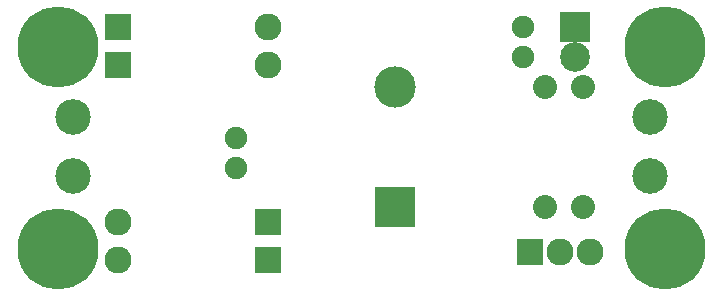
<source format=gts>
G04 (created by PCBNEW-RS274X (2012-01-19 BZR 3256)-stable) date 7/9/2012 4:42:01 PM*
G01*
G70*
G90*
%MOIN*%
G04 Gerber Fmt 3.4, Leading zero omitted, Abs format*
%FSLAX34Y34*%
G04 APERTURE LIST*
%ADD10C,0.006000*%
%ADD11C,0.118400*%
%ADD12C,0.080000*%
%ADD13C,0.090000*%
%ADD14R,0.090000X0.090000*%
%ADD15C,0.075000*%
%ADD16R,0.138100X0.138100*%
%ADD17C,0.138100*%
%ADD18C,0.270000*%
%ADD19R,0.098700X0.098700*%
%ADD20C,0.098700*%
G04 APERTURE END LIST*
G54D10*
G54D11*
X41000Y-26200D03*
X41000Y-24231D03*
X60250Y-24250D03*
X60250Y-26219D03*
G54D12*
X58000Y-27250D03*
X58000Y-23250D03*
X56750Y-27250D03*
X56750Y-23250D03*
G54D13*
X47500Y-22500D03*
G54D14*
X42500Y-22500D03*
G54D13*
X47500Y-21250D03*
G54D14*
X42500Y-21250D03*
G54D13*
X42500Y-27750D03*
G54D14*
X47500Y-27750D03*
G54D13*
X42500Y-29000D03*
G54D14*
X47500Y-29000D03*
G54D15*
X56000Y-21250D03*
X56000Y-22250D03*
G54D16*
X51750Y-27250D03*
G54D17*
X51750Y-23250D03*
G54D18*
X40500Y-21900D03*
X60750Y-21900D03*
X40500Y-28650D03*
X60750Y-28650D03*
G54D13*
X58250Y-28750D03*
X57250Y-28750D03*
G54D14*
X56250Y-28750D03*
G54D19*
X57750Y-21250D03*
G54D20*
X57750Y-22250D03*
G54D15*
X46450Y-25950D03*
X46450Y-24950D03*
M02*

</source>
